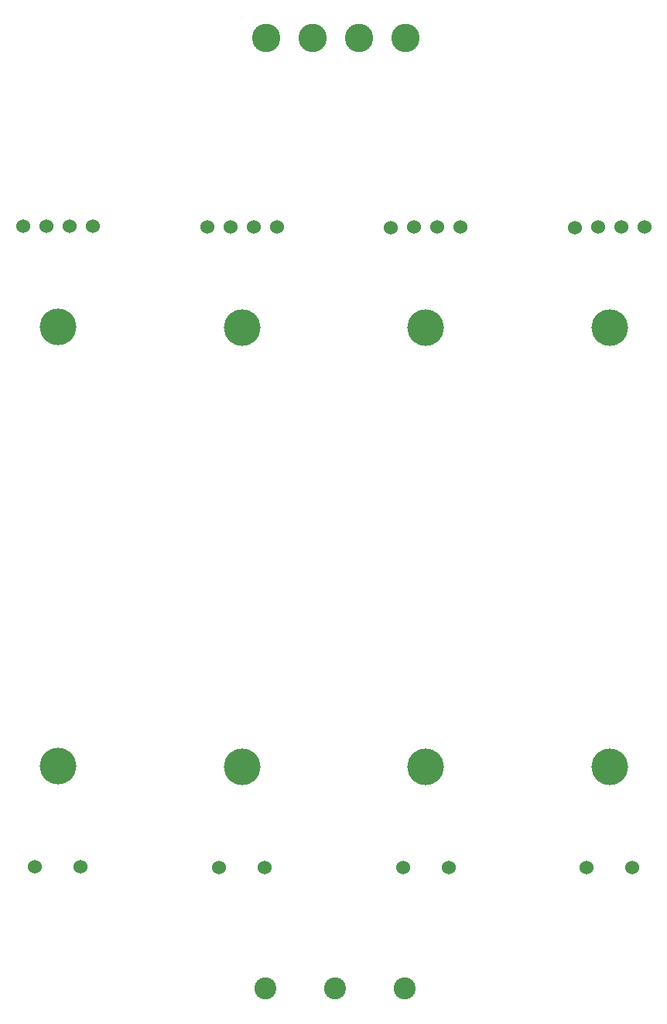
<source format=gts>
G04 Layer: TopSolderMaskLayer*
G04 EasyEDA Pro v2.2.45.4, 2025-12-09 12:56:18*
G04 Gerber Generator version 0.3*
G04 Scale: 100 percent, Rotated: No, Reflected: No*
G04 Dimensions in millimeters*
G04 Leading zeros omitted, absolute positions, 4 integers and 5 decimals*
G04 Generated by one-click*
%FSLAX45Y45*%
%MOMM*%
%ADD10C,1.524*%
%ADD11C,3.99999*%
%ADD12C,2.4016*%
%ADD13C,3.10159*%
%ADD14C,0.7356*%
G75*


G04 Pad Start*
G54D10*
G01X2016701Y-3416299D03*
G01X2270700Y-3412299D03*
G01X2147701Y-10412285D03*
G01X2524700Y-3412299D03*
G01X2778699Y-3412299D03*
G01X2647700Y-10412285D03*
G54D11*
G01X2397700Y-4512297D03*
G01X2397700Y-9312288D03*
G54D12*
G01X6197600Y-11747500D03*
G01X5435600Y-11747500D03*
G01X4673600Y-11747500D03*
G54D10*
G01X4033521Y-3423919D03*
G01X4287520Y-3419919D03*
G01X4164521Y-10419905D03*
G01X4541520Y-3419919D03*
G01X4795519Y-3419919D03*
G01X4664520Y-10419905D03*
G54D11*
G01X4414520Y-4519917D03*
G01X4414520Y-9319908D03*
G54D10*
G01X6045201Y-3428999D03*
G01X6299200Y-3424999D03*
G01X6176201Y-10424985D03*
G01X6553200Y-3424999D03*
G01X6807199Y-3424999D03*
G01X6676200Y-10424985D03*
G54D11*
G01X6426200Y-4524997D03*
G01X6426200Y-9324988D03*
G54D10*
G01X8056881Y-3428999D03*
G01X8310880Y-3424999D03*
G01X8187881Y-10424985D03*
G01X8564880Y-3424999D03*
G01X8818879Y-3424999D03*
G01X8687880Y-10424985D03*
G54D11*
G01X8437880Y-4524997D03*
G01X8437880Y-9324988D03*
G54D13*
G01X6202000Y-1360000D03*
G01X5694000Y-1360000D03*
G01X5186000Y-1360000D03*
G01X4678000Y-1360000D03*
G04 Pad End*

M02*


</source>
